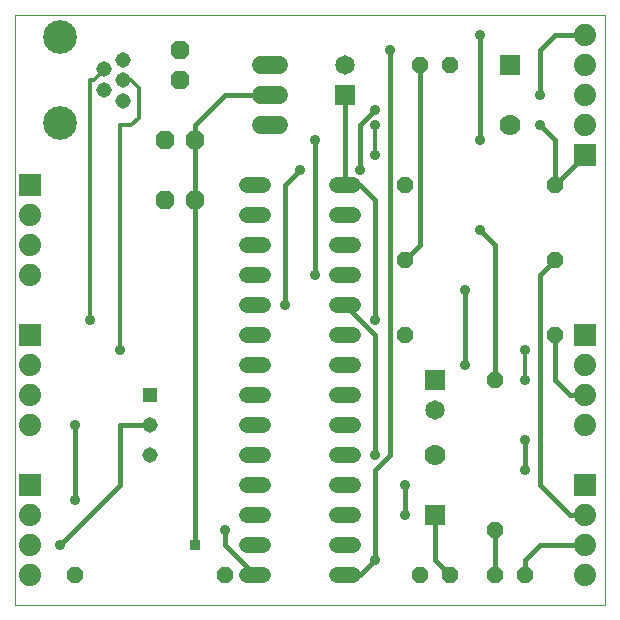
<source format=gtl>
G75*
G70*
%OFA0B0*%
%FSLAX24Y24*%
%IPPOS*%
%LPD*%
%AMOC8*
5,1,8,0,0,1.08239X$1,22.5*
%
%ADD10C,0.0000*%
%ADD11C,0.0520*%
%ADD12OC8,0.0520*%
%ADD13R,0.0740X0.0740*%
%ADD14C,0.0740*%
%ADD15R,0.0650X0.0650*%
%ADD16C,0.0650*%
%ADD17C,0.0515*%
%ADD18C,0.1122*%
%ADD19C,0.0600*%
%ADD20OC8,0.0630*%
%ADD21R,0.0515X0.0515*%
%ADD22R,0.0700X0.0700*%
%ADD23C,0.0700*%
%ADD24C,0.0160*%
%ADD25C,0.0356*%
%ADD26R,0.0356X0.0356*%
%ADD27C,0.0120*%
D10*
X000181Y000181D02*
X000181Y019866D01*
X019866Y019866D01*
X019866Y000181D01*
X000181Y000181D01*
D11*
X007921Y001181D02*
X008441Y001181D01*
X008441Y002181D02*
X007921Y002181D01*
X007921Y003181D02*
X008441Y003181D01*
X008441Y004181D02*
X007921Y004181D01*
X007921Y005181D02*
X008441Y005181D01*
X008441Y006181D02*
X007921Y006181D01*
X007921Y007181D02*
X008441Y007181D01*
X008441Y008181D02*
X007921Y008181D01*
X007921Y009181D02*
X008441Y009181D01*
X008441Y010181D02*
X007921Y010181D01*
X007921Y011181D02*
X008441Y011181D01*
X008441Y012181D02*
X007921Y012181D01*
X007921Y013181D02*
X008441Y013181D01*
X008441Y014181D02*
X007921Y014181D01*
X010921Y014181D02*
X011441Y014181D01*
X011441Y013181D02*
X010921Y013181D01*
X010921Y012181D02*
X011441Y012181D01*
X011441Y011181D02*
X010921Y011181D01*
X010921Y010181D02*
X011441Y010181D01*
X011441Y009181D02*
X010921Y009181D01*
X010921Y008181D02*
X011441Y008181D01*
X011441Y007181D02*
X010921Y007181D01*
X010921Y006181D02*
X011441Y006181D01*
X011441Y005181D02*
X010921Y005181D01*
X010921Y004181D02*
X011441Y004181D01*
X011441Y003181D02*
X010921Y003181D01*
X010921Y002181D02*
X011441Y002181D01*
X011441Y001181D02*
X010921Y001181D01*
D12*
X013681Y001181D03*
X014681Y001181D03*
X016181Y001181D03*
X017181Y001181D03*
X016181Y002681D03*
X016181Y007681D03*
X018181Y009181D03*
X018181Y011681D03*
X018181Y014181D03*
X014681Y018181D03*
X013681Y018181D03*
X013181Y014181D03*
X013181Y011681D03*
X013181Y009181D03*
X007181Y001181D03*
X002181Y001181D03*
D13*
X000681Y004181D03*
X000681Y009181D03*
X000681Y014181D03*
X019181Y015181D03*
X019181Y009181D03*
X019181Y004181D03*
D14*
X019181Y003181D03*
X019181Y002181D03*
X019181Y001181D03*
X019181Y006181D03*
X019181Y007181D03*
X019181Y008181D03*
X019181Y016181D03*
X019181Y017181D03*
X019181Y018181D03*
X019181Y019181D03*
X000681Y013181D03*
X000681Y012181D03*
X000681Y011181D03*
X000681Y008181D03*
X000681Y007181D03*
X000681Y006181D03*
X000681Y003181D03*
X000681Y002181D03*
X000681Y001181D03*
D15*
X014181Y007681D03*
X011181Y017181D03*
D16*
X011181Y018181D03*
X014181Y006681D03*
D17*
X004681Y006181D03*
X004681Y005181D03*
X003781Y016981D03*
X003781Y017681D03*
X003781Y018351D03*
X003161Y018041D03*
X003161Y017351D03*
D18*
X001681Y016244D03*
X001681Y019118D03*
D19*
X008381Y018181D02*
X008981Y018181D01*
X008981Y017181D02*
X008381Y017181D01*
X008381Y016181D02*
X008981Y016181D01*
D20*
X006181Y015681D03*
X005181Y015681D03*
X005181Y013681D03*
X006181Y013681D03*
X005681Y017681D03*
X005681Y018681D03*
D21*
X004681Y007181D03*
D22*
X014181Y003181D03*
X016681Y018181D03*
D23*
X016681Y016181D03*
X014181Y005181D03*
D24*
X013181Y004181D02*
X013181Y003181D01*
X014181Y003181D02*
X014181Y001681D01*
X014681Y001181D01*
X016181Y001181D02*
X016181Y002681D01*
X017181Y001681D02*
X017681Y002181D01*
X019181Y002181D01*
X019181Y003181D02*
X018681Y003181D01*
X017681Y004181D01*
X017681Y011181D01*
X018181Y011681D01*
X016181Y012181D02*
X015681Y012681D01*
X016181Y012181D02*
X016181Y007681D01*
X015181Y008181D02*
X015181Y010681D01*
X013681Y012181D02*
X013181Y011681D01*
X013681Y012181D02*
X013681Y018181D01*
X012681Y018681D02*
X012681Y005181D01*
X012181Y004681D01*
X012181Y001681D01*
X011681Y001181D01*
X011181Y001181D01*
X008181Y001181D02*
X007181Y002181D01*
X007181Y002681D01*
X006181Y002181D02*
X006181Y013681D01*
X006181Y015681D01*
X006181Y016181D01*
X007181Y017181D01*
X008681Y017181D01*
X010181Y015681D02*
X010181Y011181D01*
X009181Y010181D02*
X009181Y014181D01*
X009681Y014681D01*
X011181Y014181D02*
X011681Y014181D01*
X012181Y013681D01*
X012181Y009681D01*
X012181Y009181D02*
X012181Y005181D01*
X012181Y009181D02*
X011181Y010181D01*
X011181Y014181D02*
X011181Y017181D01*
X011681Y016181D02*
X012181Y016681D01*
X011681Y016181D02*
X011681Y014681D01*
X015681Y015681D02*
X015681Y019181D01*
X017681Y018681D02*
X017681Y017181D01*
X017681Y016181D02*
X018181Y015681D01*
X018181Y014181D01*
X019181Y015181D01*
X017681Y018681D02*
X018181Y019181D01*
X019181Y019181D01*
X018181Y009181D02*
X018181Y007681D01*
X018681Y007181D01*
X019181Y007181D01*
X017181Y005681D02*
X017181Y004681D01*
X017181Y001681D02*
X017181Y001181D01*
X004681Y006181D02*
X003681Y006181D01*
X003681Y004181D01*
X001681Y002181D01*
X002181Y003681D02*
X002181Y006181D01*
D25*
X002181Y006181D03*
X002181Y003681D03*
X001681Y002181D03*
X007181Y002681D03*
X012181Y001681D03*
X013181Y003181D03*
X013181Y004181D03*
X012181Y005181D03*
X015181Y008181D03*
X017181Y007681D03*
X017181Y008681D03*
X015181Y010681D03*
X015681Y012681D03*
X015681Y015681D03*
X017681Y016181D03*
X017681Y017181D03*
X015681Y019181D03*
X012681Y018681D03*
X012181Y016681D03*
X012181Y016181D03*
X012181Y015181D03*
X011681Y014681D03*
X010181Y015681D03*
X009681Y014681D03*
X010181Y011181D03*
X009181Y010181D03*
X012181Y009681D03*
X017181Y005681D03*
X017181Y004681D03*
X003681Y008681D03*
X002681Y009681D03*
D26*
X006181Y002181D03*
D27*
X003681Y008681D02*
X003681Y016181D01*
X004056Y016181D01*
X004306Y016431D01*
X004306Y017431D01*
X004056Y017681D01*
X003806Y017681D01*
X003181Y018056D02*
X002806Y017681D01*
X002681Y017681D01*
X002681Y009681D01*
X012181Y015181D02*
X012181Y016181D01*
X017181Y008681D02*
X017181Y007681D01*
M02*

</source>
